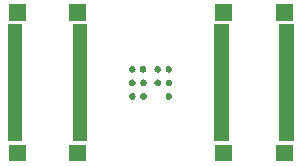
<source format=gbr>
G04 #@! TF.GenerationSoftware,KiCad,Pcbnew,5.0.2+dfsg1-1~bpo9+1*
G04 #@! TF.CreationDate,2019-10-24T14:32:07+02:00*
G04 #@! TF.ProjectId,zglue-dragon-adapter,7a676c75-652d-4647-9261-676f6e2d6164,rev?*
G04 #@! TF.SameCoordinates,Original*
G04 #@! TF.FileFunction,Soldermask,Bot*
G04 #@! TF.FilePolarity,Negative*
%FSLAX46Y46*%
G04 Gerber Fmt 4.6, Leading zero omitted, Abs format (unit mm)*
G04 Created by KiCad (PCBNEW 5.0.2+dfsg1-1~bpo9+1) date Thu 24 Oct 2019 02:32:07 PM CEST*
%MOMM*%
%LPD*%
G01*
G04 APERTURE LIST*
%ADD10C,0.100000*%
G04 APERTURE END LIST*
D10*
G36*
X24529260Y-16659500D02*
X23107260Y-16659500D01*
X23107260Y-15257500D01*
X24529260Y-15257500D01*
X24529260Y-16659500D01*
X24529260Y-16659500D01*
G37*
G36*
X7029260Y-16659500D02*
X5607260Y-16659500D01*
X5607260Y-15257500D01*
X7029260Y-15257500D01*
X7029260Y-16659500D01*
X7029260Y-16659500D01*
G37*
G36*
X19408620Y-16654420D02*
X17986620Y-16654420D01*
X17986620Y-15252420D01*
X19408620Y-15252420D01*
X19408620Y-16654420D01*
X19408620Y-16654420D01*
G37*
G36*
X1908620Y-16654420D02*
X486620Y-16654420D01*
X486620Y-15252420D01*
X1908620Y-15252420D01*
X1908620Y-16654420D01*
X1908620Y-16654420D01*
G37*
G36*
X24607220Y-14953000D02*
X23405220Y-14953000D01*
X23405220Y-5051000D01*
X24607220Y-5051000D01*
X24607220Y-14953000D01*
X24607220Y-14953000D01*
G37*
G36*
X19108120Y-14953000D02*
X17906120Y-14953000D01*
X17906120Y-5051000D01*
X19108120Y-5051000D01*
X19108120Y-14953000D01*
X19108120Y-14953000D01*
G37*
G36*
X7107220Y-14953000D02*
X5905220Y-14953000D01*
X5905220Y-5051000D01*
X7107220Y-5051000D01*
X7107220Y-14953000D01*
X7107220Y-14953000D01*
G37*
G36*
X1608120Y-14953000D02*
X406120Y-14953000D01*
X406120Y-5051000D01*
X1608120Y-5051000D01*
X1608120Y-14953000D01*
X1608120Y-14953000D01*
G37*
G36*
X14131527Y-10881241D02*
X14182394Y-10902311D01*
X14228172Y-10932899D01*
X14267101Y-10971828D01*
X14297689Y-11017606D01*
X14318759Y-11068473D01*
X14329500Y-11122471D01*
X14329500Y-11177529D01*
X14318759Y-11231527D01*
X14297689Y-11282394D01*
X14267101Y-11328172D01*
X14228172Y-11367101D01*
X14182394Y-11397689D01*
X14131527Y-11418759D01*
X14077529Y-11429500D01*
X14022471Y-11429500D01*
X13968473Y-11418759D01*
X13917606Y-11397689D01*
X13871828Y-11367101D01*
X13832899Y-11328172D01*
X13802311Y-11282394D01*
X13781241Y-11231527D01*
X13770500Y-11177529D01*
X13770500Y-11122471D01*
X13781241Y-11068473D01*
X13802311Y-11017606D01*
X13832899Y-10971828D01*
X13871828Y-10932899D01*
X13917606Y-10902311D01*
X13968473Y-10881241D01*
X14022471Y-10870500D01*
X14077529Y-10870500D01*
X14131527Y-10881241D01*
X14131527Y-10881241D01*
G37*
G36*
X11031527Y-10881241D02*
X11082394Y-10902311D01*
X11128172Y-10932899D01*
X11167101Y-10971828D01*
X11197689Y-11017606D01*
X11218759Y-11068473D01*
X11229500Y-11122471D01*
X11229500Y-11177529D01*
X11218759Y-11231527D01*
X11197689Y-11282394D01*
X11167101Y-11328172D01*
X11128172Y-11367101D01*
X11082394Y-11397689D01*
X11031527Y-11418759D01*
X10977529Y-11429500D01*
X10922471Y-11429500D01*
X10868473Y-11418759D01*
X10817606Y-11397689D01*
X10771828Y-11367101D01*
X10732899Y-11328172D01*
X10702311Y-11282394D01*
X10681241Y-11231527D01*
X10670500Y-11177529D01*
X10670500Y-11122471D01*
X10681241Y-11068473D01*
X10702311Y-11017606D01*
X10732899Y-10971828D01*
X10771828Y-10932899D01*
X10817606Y-10902311D01*
X10868473Y-10881241D01*
X10922471Y-10870500D01*
X10977529Y-10870500D01*
X11031527Y-10881241D01*
X11031527Y-10881241D01*
G37*
G36*
X11981527Y-10881241D02*
X12032394Y-10902311D01*
X12078172Y-10932899D01*
X12117101Y-10971828D01*
X12147689Y-11017606D01*
X12168759Y-11068473D01*
X12179500Y-11122471D01*
X12179500Y-11177529D01*
X12168759Y-11231527D01*
X12147689Y-11282394D01*
X12117101Y-11328172D01*
X12078172Y-11367101D01*
X12032394Y-11397689D01*
X11981527Y-11418759D01*
X11927529Y-11429500D01*
X11872471Y-11429500D01*
X11818473Y-11418759D01*
X11767606Y-11397689D01*
X11721828Y-11367101D01*
X11682899Y-11328172D01*
X11652311Y-11282394D01*
X11631241Y-11231527D01*
X11620500Y-11177529D01*
X11620500Y-11122471D01*
X11631241Y-11068473D01*
X11652311Y-11017606D01*
X11682899Y-10971828D01*
X11721828Y-10932899D01*
X11767606Y-10902311D01*
X11818473Y-10881241D01*
X11872471Y-10870500D01*
X11927529Y-10870500D01*
X11981527Y-10881241D01*
X11981527Y-10881241D01*
G37*
G36*
X11981527Y-9731241D02*
X12032394Y-9752311D01*
X12078172Y-9782899D01*
X12117101Y-9821828D01*
X12147689Y-9867606D01*
X12168759Y-9918473D01*
X12179500Y-9972471D01*
X12179500Y-10027529D01*
X12168759Y-10081527D01*
X12147689Y-10132394D01*
X12117101Y-10178172D01*
X12078172Y-10217101D01*
X12032394Y-10247689D01*
X11981527Y-10268759D01*
X11927529Y-10279500D01*
X11872471Y-10279500D01*
X11818473Y-10268759D01*
X11767606Y-10247689D01*
X11721828Y-10217101D01*
X11682899Y-10178172D01*
X11652311Y-10132394D01*
X11631241Y-10081527D01*
X11620500Y-10027529D01*
X11620500Y-9972471D01*
X11631241Y-9918473D01*
X11652311Y-9867606D01*
X11682899Y-9821828D01*
X11721828Y-9782899D01*
X11767606Y-9752311D01*
X11818473Y-9731241D01*
X11872471Y-9720500D01*
X11927529Y-9720500D01*
X11981527Y-9731241D01*
X11981527Y-9731241D01*
G37*
G36*
X14131527Y-9731241D02*
X14182394Y-9752311D01*
X14228172Y-9782899D01*
X14267101Y-9821828D01*
X14297689Y-9867606D01*
X14318759Y-9918473D01*
X14329500Y-9972471D01*
X14329500Y-10027529D01*
X14318759Y-10081527D01*
X14297689Y-10132394D01*
X14267101Y-10178172D01*
X14228172Y-10217101D01*
X14182394Y-10247689D01*
X14131527Y-10268759D01*
X14077529Y-10279500D01*
X14022471Y-10279500D01*
X13968473Y-10268759D01*
X13917606Y-10247689D01*
X13871828Y-10217101D01*
X13832899Y-10178172D01*
X13802311Y-10132394D01*
X13781241Y-10081527D01*
X13770500Y-10027529D01*
X13770500Y-9972471D01*
X13781241Y-9918473D01*
X13802311Y-9867606D01*
X13832899Y-9821828D01*
X13871828Y-9782899D01*
X13917606Y-9752311D01*
X13968473Y-9731241D01*
X14022471Y-9720500D01*
X14077529Y-9720500D01*
X14131527Y-9731241D01*
X14131527Y-9731241D01*
G37*
G36*
X11031527Y-9731241D02*
X11082394Y-9752311D01*
X11128172Y-9782899D01*
X11167101Y-9821828D01*
X11197689Y-9867606D01*
X11218759Y-9918473D01*
X11229500Y-9972471D01*
X11229500Y-10027529D01*
X11218759Y-10081527D01*
X11197689Y-10132394D01*
X11167101Y-10178172D01*
X11128172Y-10217101D01*
X11082394Y-10247689D01*
X11031527Y-10268759D01*
X10977529Y-10279500D01*
X10922471Y-10279500D01*
X10868473Y-10268759D01*
X10817606Y-10247689D01*
X10771828Y-10217101D01*
X10732899Y-10178172D01*
X10702311Y-10132394D01*
X10681241Y-10081527D01*
X10670500Y-10027529D01*
X10670500Y-9972471D01*
X10681241Y-9918473D01*
X10702311Y-9867606D01*
X10732899Y-9821828D01*
X10771828Y-9782899D01*
X10817606Y-9752311D01*
X10868473Y-9731241D01*
X10922471Y-9720500D01*
X10977529Y-9720500D01*
X11031527Y-9731241D01*
X11031527Y-9731241D01*
G37*
G36*
X13181527Y-9731241D02*
X13232394Y-9752311D01*
X13278172Y-9782899D01*
X13317101Y-9821828D01*
X13347689Y-9867606D01*
X13368759Y-9918473D01*
X13379500Y-9972471D01*
X13379500Y-10027529D01*
X13368759Y-10081527D01*
X13347689Y-10132394D01*
X13317101Y-10178172D01*
X13278172Y-10217101D01*
X13232394Y-10247689D01*
X13181527Y-10268759D01*
X13127529Y-10279500D01*
X13072471Y-10279500D01*
X13018473Y-10268759D01*
X12967606Y-10247689D01*
X12921828Y-10217101D01*
X12882899Y-10178172D01*
X12852311Y-10132394D01*
X12831241Y-10081527D01*
X12820500Y-10027529D01*
X12820500Y-9972471D01*
X12831241Y-9918473D01*
X12852311Y-9867606D01*
X12882899Y-9821828D01*
X12921828Y-9782899D01*
X12967606Y-9752311D01*
X13018473Y-9731241D01*
X13072471Y-9720500D01*
X13127529Y-9720500D01*
X13181527Y-9731241D01*
X13181527Y-9731241D01*
G37*
G36*
X11031527Y-8581241D02*
X11082394Y-8602311D01*
X11128172Y-8632899D01*
X11167101Y-8671828D01*
X11197689Y-8717606D01*
X11218759Y-8768473D01*
X11229500Y-8822471D01*
X11229500Y-8877529D01*
X11218759Y-8931527D01*
X11197689Y-8982394D01*
X11167101Y-9028172D01*
X11128172Y-9067101D01*
X11082394Y-9097689D01*
X11031527Y-9118759D01*
X10977529Y-9129500D01*
X10922471Y-9129500D01*
X10868473Y-9118759D01*
X10817606Y-9097689D01*
X10771828Y-9067101D01*
X10732899Y-9028172D01*
X10702311Y-8982394D01*
X10681241Y-8931527D01*
X10670500Y-8877529D01*
X10670500Y-8822471D01*
X10681241Y-8768473D01*
X10702311Y-8717606D01*
X10732899Y-8671828D01*
X10771828Y-8632899D01*
X10817606Y-8602311D01*
X10868473Y-8581241D01*
X10922471Y-8570500D01*
X10977529Y-8570500D01*
X11031527Y-8581241D01*
X11031527Y-8581241D01*
G37*
G36*
X14131527Y-8581241D02*
X14182394Y-8602311D01*
X14228172Y-8632899D01*
X14267101Y-8671828D01*
X14297689Y-8717606D01*
X14318759Y-8768473D01*
X14329500Y-8822471D01*
X14329500Y-8877529D01*
X14318759Y-8931527D01*
X14297689Y-8982394D01*
X14267101Y-9028172D01*
X14228172Y-9067101D01*
X14182394Y-9097689D01*
X14131527Y-9118759D01*
X14077529Y-9129500D01*
X14022471Y-9129500D01*
X13968473Y-9118759D01*
X13917606Y-9097689D01*
X13871828Y-9067101D01*
X13832899Y-9028172D01*
X13802311Y-8982394D01*
X13781241Y-8931527D01*
X13770500Y-8877529D01*
X13770500Y-8822471D01*
X13781241Y-8768473D01*
X13802311Y-8717606D01*
X13832899Y-8671828D01*
X13871828Y-8632899D01*
X13917606Y-8602311D01*
X13968473Y-8581241D01*
X14022471Y-8570500D01*
X14077529Y-8570500D01*
X14131527Y-8581241D01*
X14131527Y-8581241D01*
G37*
G36*
X13181527Y-8581241D02*
X13232394Y-8602311D01*
X13278172Y-8632899D01*
X13317101Y-8671828D01*
X13347689Y-8717606D01*
X13368759Y-8768473D01*
X13379500Y-8822471D01*
X13379500Y-8877529D01*
X13368759Y-8931527D01*
X13347689Y-8982394D01*
X13317101Y-9028172D01*
X13278172Y-9067101D01*
X13232394Y-9097689D01*
X13181527Y-9118759D01*
X13127529Y-9129500D01*
X13072471Y-9129500D01*
X13018473Y-9118759D01*
X12967606Y-9097689D01*
X12921828Y-9067101D01*
X12882899Y-9028172D01*
X12852311Y-8982394D01*
X12831241Y-8931527D01*
X12820500Y-8877529D01*
X12820500Y-8822471D01*
X12831241Y-8768473D01*
X12852311Y-8717606D01*
X12882899Y-8671828D01*
X12921828Y-8632899D01*
X12967606Y-8602311D01*
X13018473Y-8581241D01*
X13072471Y-8570500D01*
X13127529Y-8570500D01*
X13181527Y-8581241D01*
X13181527Y-8581241D01*
G37*
G36*
X11931527Y-8581241D02*
X11982394Y-8602311D01*
X12028172Y-8632899D01*
X12067101Y-8671828D01*
X12097689Y-8717606D01*
X12118759Y-8768473D01*
X12129500Y-8822471D01*
X12129500Y-8877529D01*
X12118759Y-8931527D01*
X12097689Y-8982394D01*
X12067101Y-9028172D01*
X12028172Y-9067101D01*
X11982394Y-9097689D01*
X11931527Y-9118759D01*
X11877529Y-9129500D01*
X11822471Y-9129500D01*
X11768473Y-9118759D01*
X11717606Y-9097689D01*
X11671828Y-9067101D01*
X11632899Y-9028172D01*
X11602311Y-8982394D01*
X11581241Y-8931527D01*
X11570500Y-8877529D01*
X11570500Y-8822471D01*
X11581241Y-8768473D01*
X11602311Y-8717606D01*
X11632899Y-8671828D01*
X11671828Y-8632899D01*
X11717606Y-8602311D01*
X11768473Y-8581241D01*
X11822471Y-8570500D01*
X11877529Y-8570500D01*
X11931527Y-8581241D01*
X11931527Y-8581241D01*
G37*
G36*
X19408620Y-4751980D02*
X17986620Y-4751980D01*
X17986620Y-3349980D01*
X19408620Y-3349980D01*
X19408620Y-4751980D01*
X19408620Y-4751980D01*
G37*
G36*
X1908620Y-4751980D02*
X486620Y-4751980D01*
X486620Y-3349980D01*
X1908620Y-3349980D01*
X1908620Y-4751980D01*
X1908620Y-4751980D01*
G37*
G36*
X7029260Y-4751980D02*
X5607260Y-4751980D01*
X5607260Y-3349980D01*
X7029260Y-3349980D01*
X7029260Y-4751980D01*
X7029260Y-4751980D01*
G37*
G36*
X24529260Y-4751980D02*
X23107260Y-4751980D01*
X23107260Y-3349980D01*
X24529260Y-3349980D01*
X24529260Y-4751980D01*
X24529260Y-4751980D01*
G37*
M02*

</source>
